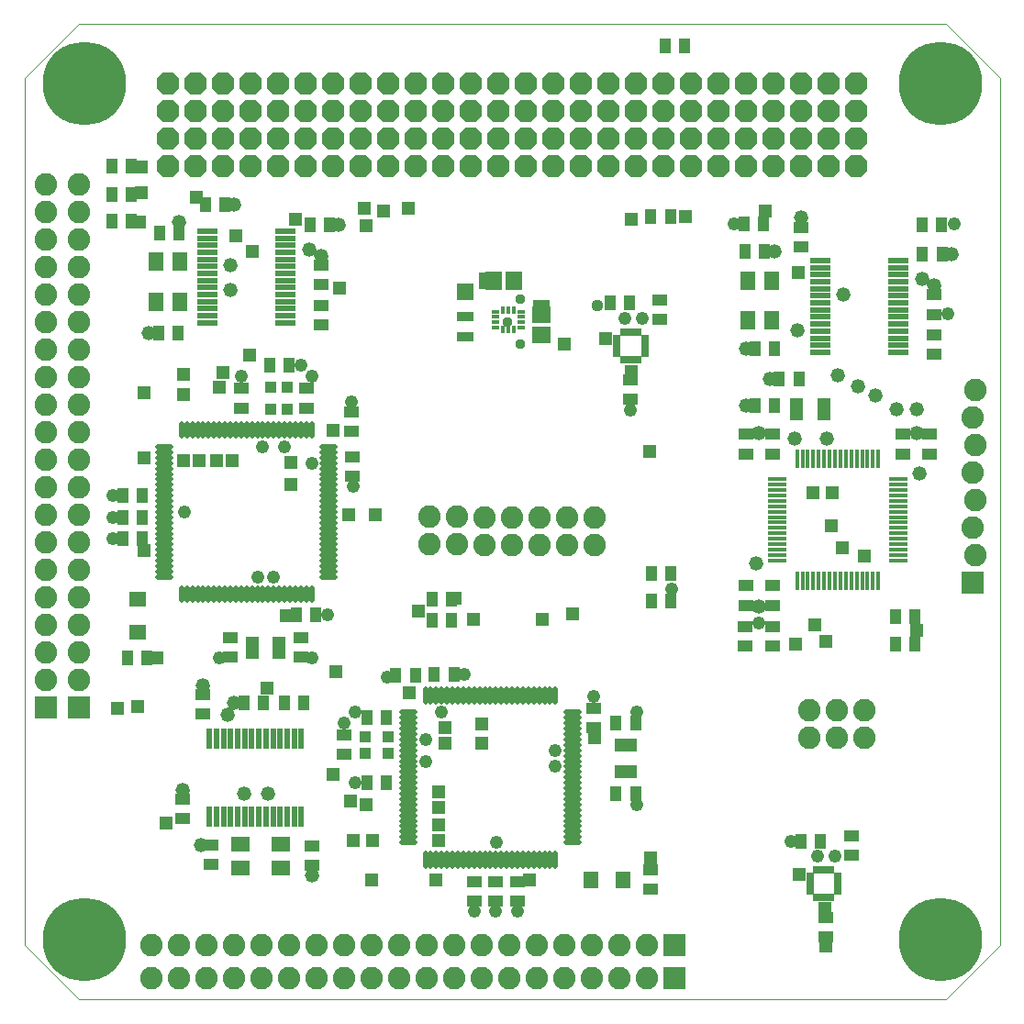
<source format=gts>
G75*
%MOIN*%
%OFA0B0*%
%FSLAX25Y25*%
%IPPOS*%
%LPD*%
%AMOC8*
5,1,8,0,0,1.08239X$1,22.5*
%
%ADD10R,0.05524X0.03950*%
%ADD11R,0.03950X0.05524*%
%ADD12R,0.04737X0.07887*%
%ADD13R,0.03950X0.04343*%
%ADD14C,0.01981*%
%ADD15C,0.00000*%
%ADD16C,0.30328*%
%ADD17OC8,0.08200*%
%ADD18R,0.06902X0.01784*%
%ADD19R,0.01784X0.06902*%
%ADD20R,0.07690X0.02375*%
%ADD21C,0.05200*%
%ADD22R,0.05721X0.07099*%
%ADD23R,0.01784X0.04737*%
%ADD24R,0.04737X0.01784*%
%ADD25R,0.08200X0.08200*%
%ADD26C,0.08200*%
%ADD27R,0.07887X0.04737*%
%ADD28R,0.02375X0.07690*%
%ADD29R,0.07099X0.05721*%
%ADD30R,0.04343X0.03950*%
%ADD31R,0.06312X0.05524*%
%ADD32R,0.05524X0.06312*%
%ADD33R,0.02570X0.01980*%
%ADD34R,0.01980X0.02570*%
%ADD35R,0.05918X0.06706*%
%ADD36R,0.06706X0.05918*%
%ADD37R,0.01784X0.02670*%
%ADD38R,0.02670X0.01784*%
%ADD39R,0.05918X0.03556*%
%ADD40C,0.04762*%
%ADD41R,0.04762X0.04762*%
%ADD42C,0.03778*%
%ADD43R,0.03778X0.03778*%
%ADD44C,0.04400*%
D10*
X0072758Y0072760D03*
X0072758Y0079847D03*
X0083093Y0063115D03*
X0083093Y0056028D03*
X0119510Y0055693D03*
X0119510Y0062780D03*
X0131321Y0095969D03*
X0131321Y0103056D03*
X0115573Y0131402D03*
X0115573Y0138489D03*
X0089983Y0138489D03*
X0089983Y0131402D03*
X0080140Y0117741D03*
X0080140Y0110654D03*
X0134430Y0197081D03*
X0134430Y0204167D03*
X0134134Y0213497D03*
X0134134Y0220583D03*
X0117542Y0221953D03*
X0117542Y0229040D03*
X0122955Y0252052D03*
X0122955Y0259138D03*
X0122955Y0266658D03*
X0122955Y0273745D03*
X0093920Y0229040D03*
X0093920Y0221953D03*
X0221872Y0112898D03*
X0221872Y0105812D03*
X0242594Y0054215D03*
X0242594Y0047128D03*
X0194313Y0049906D03*
X0194313Y0042819D03*
X0186439Y0042819D03*
X0186439Y0049906D03*
X0178565Y0049906D03*
X0178565Y0042819D03*
X0276991Y0135339D03*
X0276991Y0142426D03*
X0277180Y0150287D03*
X0277180Y0157374D03*
X0287022Y0157374D03*
X0287022Y0150287D03*
X0286833Y0142426D03*
X0286833Y0135339D03*
X0287022Y0205248D03*
X0287022Y0212334D03*
X0277180Y0212334D03*
X0277180Y0205248D03*
X0235471Y0225174D03*
X0235471Y0232260D03*
X0245861Y0254036D03*
X0245861Y0261123D03*
X0297357Y0280543D03*
X0297357Y0287630D03*
X0345585Y0263023D03*
X0345585Y0255937D03*
X0345585Y0248417D03*
X0345585Y0241330D03*
X0344109Y0212334D03*
X0344109Y0205248D03*
X0334266Y0205248D03*
X0334266Y0212334D03*
X0315729Y0066560D03*
X0315729Y0059473D03*
X0306394Y0036906D03*
X0306394Y0029819D03*
D11*
X0304362Y0064632D03*
X0297276Y0064632D03*
X0237227Y0081796D03*
X0230140Y0081796D03*
X0230140Y0107386D03*
X0237227Y0107386D03*
X0242983Y0151780D03*
X0250069Y0151780D03*
X0250069Y0161906D03*
X0242983Y0161906D03*
X0280605Y0222649D03*
X0287691Y0222649D03*
X0289463Y0232492D03*
X0296550Y0232492D03*
X0287691Y0243319D03*
X0280605Y0243319D03*
X0284089Y0278752D03*
X0277002Y0278752D03*
X0276676Y0288832D03*
X0283762Y0288832D03*
X0249836Y0291623D03*
X0242750Y0291623D03*
X0235077Y0260213D03*
X0227991Y0260213D03*
X0247857Y0353449D03*
X0254943Y0353449D03*
X0341361Y0288489D03*
X0348447Y0288489D03*
X0348557Y0277767D03*
X0341471Y0277767D03*
X0338762Y0146032D03*
X0331676Y0146032D03*
X0331676Y0136032D03*
X0338762Y0136032D03*
X0171170Y0125065D03*
X0164083Y0125065D03*
X0157154Y0124725D03*
X0150068Y0124725D03*
X0146676Y0109355D03*
X0139589Y0109355D03*
X0139589Y0085733D03*
X0146676Y0085733D03*
X0116577Y0114768D03*
X0109491Y0114768D03*
X0101971Y0114768D03*
X0094884Y0114768D03*
X0113998Y0146756D03*
X0121085Y0146756D03*
X0163180Y0144725D03*
X0170266Y0144725D03*
X0170266Y0152599D03*
X0163180Y0152599D03*
X0111243Y0237308D03*
X0104156Y0237308D03*
X0070967Y0249119D03*
X0063880Y0249119D03*
X0064215Y0285536D03*
X0071302Y0285536D03*
X0080947Y0295871D03*
X0088034Y0295871D03*
X0118841Y0288489D03*
X0125928Y0288489D03*
X0053942Y0289802D03*
X0046855Y0289802D03*
X0046918Y0299484D03*
X0054005Y0299484D03*
X0054090Y0309802D03*
X0047003Y0309802D03*
X0051006Y0190064D03*
X0058093Y0190064D03*
X0058093Y0182189D03*
X0051006Y0182189D03*
X0051006Y0174315D03*
X0058093Y0174315D03*
X0059762Y0131232D03*
X0052676Y0131232D03*
D12*
X0097857Y0134945D03*
X0107699Y0134945D03*
X0295723Y0221311D03*
X0305565Y0221311D03*
D13*
X0110652Y0221363D03*
X0104746Y0221363D03*
X0104746Y0229630D03*
X0110652Y0229630D03*
D14*
X0109668Y0216245D02*
X0109668Y0211717D01*
X0109668Y0211717D01*
X0109668Y0216245D01*
X0109668Y0216245D01*
X0109668Y0213697D02*
X0109668Y0213697D01*
X0109668Y0215677D02*
X0109668Y0215677D01*
X0111636Y0216245D02*
X0111636Y0211717D01*
X0111636Y0211717D01*
X0111636Y0216245D01*
X0111636Y0216245D01*
X0111636Y0213697D02*
X0111636Y0213697D01*
X0111636Y0215677D02*
X0111636Y0215677D01*
X0113605Y0216245D02*
X0113605Y0211717D01*
X0113605Y0211717D01*
X0113605Y0216245D01*
X0113605Y0216245D01*
X0113605Y0213697D02*
X0113605Y0213697D01*
X0113605Y0215677D02*
X0113605Y0215677D01*
X0115573Y0216245D02*
X0115573Y0211717D01*
X0115573Y0211717D01*
X0115573Y0216245D01*
X0115573Y0216245D01*
X0115573Y0213697D02*
X0115573Y0213697D01*
X0115573Y0215677D02*
X0115573Y0215677D01*
X0117542Y0216245D02*
X0117542Y0211717D01*
X0117542Y0211717D01*
X0117542Y0216245D01*
X0117542Y0216245D01*
X0117542Y0213697D02*
X0117542Y0213697D01*
X0117542Y0215677D02*
X0117542Y0215677D01*
X0119510Y0216245D02*
X0119510Y0211717D01*
X0119510Y0211717D01*
X0119510Y0216245D01*
X0119510Y0216245D01*
X0119510Y0213697D02*
X0119510Y0213697D01*
X0119510Y0215677D02*
X0119510Y0215677D01*
X0123447Y0207780D02*
X0127975Y0207780D01*
X0127975Y0207780D01*
X0123447Y0207780D01*
X0123447Y0207780D01*
X0123447Y0205812D02*
X0127975Y0205812D01*
X0127975Y0205812D01*
X0123447Y0205812D01*
X0123447Y0205812D01*
X0123447Y0203843D02*
X0127975Y0203843D01*
X0127975Y0203843D01*
X0123447Y0203843D01*
X0123447Y0203843D01*
X0123447Y0201875D02*
X0127975Y0201875D01*
X0127975Y0201875D01*
X0123447Y0201875D01*
X0123447Y0201875D01*
X0123447Y0199906D02*
X0127975Y0199906D01*
X0127975Y0199906D01*
X0123447Y0199906D01*
X0123447Y0199906D01*
X0123447Y0197938D02*
X0127975Y0197938D01*
X0127975Y0197938D01*
X0123447Y0197938D01*
X0123447Y0197938D01*
X0123447Y0195969D02*
X0127975Y0195969D01*
X0127975Y0195969D01*
X0123447Y0195969D01*
X0123447Y0195969D01*
X0123447Y0194001D02*
X0127975Y0194001D01*
X0127975Y0194001D01*
X0123447Y0194001D01*
X0123447Y0194001D01*
X0123447Y0192032D02*
X0127975Y0192032D01*
X0127975Y0192032D01*
X0123447Y0192032D01*
X0123447Y0192032D01*
X0123447Y0190064D02*
X0127975Y0190064D01*
X0127975Y0190064D01*
X0123447Y0190064D01*
X0123447Y0190064D01*
X0123447Y0188095D02*
X0127975Y0188095D01*
X0127975Y0188095D01*
X0123447Y0188095D01*
X0123447Y0188095D01*
X0123447Y0186127D02*
X0127975Y0186127D01*
X0127975Y0186127D01*
X0123447Y0186127D01*
X0123447Y0186127D01*
X0123447Y0184158D02*
X0127975Y0184158D01*
X0127975Y0184158D01*
X0123447Y0184158D01*
X0123447Y0184158D01*
X0123447Y0182189D02*
X0127975Y0182189D01*
X0127975Y0182189D01*
X0123447Y0182189D01*
X0123447Y0182189D01*
X0123447Y0180221D02*
X0127975Y0180221D01*
X0127975Y0180221D01*
X0123447Y0180221D01*
X0123447Y0180221D01*
X0123447Y0178252D02*
X0127975Y0178252D01*
X0127975Y0178252D01*
X0123447Y0178252D01*
X0123447Y0178252D01*
X0123447Y0176284D02*
X0127975Y0176284D01*
X0127975Y0176284D01*
X0123447Y0176284D01*
X0123447Y0176284D01*
X0123447Y0174315D02*
X0127975Y0174315D01*
X0127975Y0174315D01*
X0123447Y0174315D01*
X0123447Y0174315D01*
X0123447Y0172347D02*
X0127975Y0172347D01*
X0127975Y0172347D01*
X0123447Y0172347D01*
X0123447Y0172347D01*
X0123447Y0170378D02*
X0127975Y0170378D01*
X0127975Y0170378D01*
X0123447Y0170378D01*
X0123447Y0170378D01*
X0123447Y0168410D02*
X0127975Y0168410D01*
X0127975Y0168410D01*
X0123447Y0168410D01*
X0123447Y0168410D01*
X0123447Y0166441D02*
X0127975Y0166441D01*
X0127975Y0166441D01*
X0123447Y0166441D01*
X0123447Y0166441D01*
X0123447Y0164473D02*
X0127975Y0164473D01*
X0127975Y0164473D01*
X0123447Y0164473D01*
X0123447Y0164473D01*
X0123447Y0162504D02*
X0127975Y0162504D01*
X0127975Y0162504D01*
X0123447Y0162504D01*
X0123447Y0162504D01*
X0123447Y0160536D02*
X0127975Y0160536D01*
X0127975Y0160536D01*
X0123447Y0160536D01*
X0123447Y0160536D01*
X0119510Y0156599D02*
X0119510Y0152071D01*
X0119510Y0152071D01*
X0119510Y0156599D01*
X0119510Y0156599D01*
X0119510Y0154051D02*
X0119510Y0154051D01*
X0119510Y0156031D02*
X0119510Y0156031D01*
X0117542Y0156599D02*
X0117542Y0152071D01*
X0117542Y0152071D01*
X0117542Y0156599D01*
X0117542Y0156599D01*
X0117542Y0154051D02*
X0117542Y0154051D01*
X0117542Y0156031D02*
X0117542Y0156031D01*
X0115573Y0156599D02*
X0115573Y0152071D01*
X0115573Y0152071D01*
X0115573Y0156599D01*
X0115573Y0156599D01*
X0115573Y0154051D02*
X0115573Y0154051D01*
X0115573Y0156031D02*
X0115573Y0156031D01*
X0113605Y0156599D02*
X0113605Y0152071D01*
X0113605Y0152071D01*
X0113605Y0156599D01*
X0113605Y0156599D01*
X0113605Y0154051D02*
X0113605Y0154051D01*
X0113605Y0156031D02*
X0113605Y0156031D01*
X0111636Y0156599D02*
X0111636Y0152071D01*
X0111636Y0152071D01*
X0111636Y0156599D01*
X0111636Y0156599D01*
X0111636Y0154051D02*
X0111636Y0154051D01*
X0111636Y0156031D02*
X0111636Y0156031D01*
X0109668Y0156599D02*
X0109668Y0152071D01*
X0109668Y0152071D01*
X0109668Y0156599D01*
X0109668Y0156599D01*
X0109668Y0154051D02*
X0109668Y0154051D01*
X0109668Y0156031D02*
X0109668Y0156031D01*
X0107699Y0156599D02*
X0107699Y0152071D01*
X0107699Y0152071D01*
X0107699Y0156599D01*
X0107699Y0156599D01*
X0107699Y0154051D02*
X0107699Y0154051D01*
X0107699Y0156031D02*
X0107699Y0156031D01*
X0105731Y0156599D02*
X0105731Y0152071D01*
X0105731Y0152071D01*
X0105731Y0156599D01*
X0105731Y0156599D01*
X0105731Y0154051D02*
X0105731Y0154051D01*
X0105731Y0156031D02*
X0105731Y0156031D01*
X0103762Y0156599D02*
X0103762Y0152071D01*
X0103762Y0152071D01*
X0103762Y0156599D01*
X0103762Y0156599D01*
X0103762Y0154051D02*
X0103762Y0154051D01*
X0103762Y0156031D02*
X0103762Y0156031D01*
X0101794Y0156599D02*
X0101794Y0152071D01*
X0101794Y0152071D01*
X0101794Y0156599D01*
X0101794Y0156599D01*
X0101794Y0154051D02*
X0101794Y0154051D01*
X0101794Y0156031D02*
X0101794Y0156031D01*
X0099825Y0156599D02*
X0099825Y0152071D01*
X0099825Y0152071D01*
X0099825Y0156599D01*
X0099825Y0156599D01*
X0099825Y0154051D02*
X0099825Y0154051D01*
X0099825Y0156031D02*
X0099825Y0156031D01*
X0097857Y0156599D02*
X0097857Y0152071D01*
X0097857Y0152071D01*
X0097857Y0156599D01*
X0097857Y0156599D01*
X0097857Y0154051D02*
X0097857Y0154051D01*
X0097857Y0156031D02*
X0097857Y0156031D01*
X0095888Y0156599D02*
X0095888Y0152071D01*
X0095888Y0152071D01*
X0095888Y0156599D01*
X0095888Y0156599D01*
X0095888Y0154051D02*
X0095888Y0154051D01*
X0095888Y0156031D02*
X0095888Y0156031D01*
X0093920Y0156599D02*
X0093920Y0152071D01*
X0093920Y0152071D01*
X0093920Y0156599D01*
X0093920Y0156599D01*
X0093920Y0154051D02*
X0093920Y0154051D01*
X0093920Y0156031D02*
X0093920Y0156031D01*
X0091951Y0156599D02*
X0091951Y0152071D01*
X0091951Y0152071D01*
X0091951Y0156599D01*
X0091951Y0156599D01*
X0091951Y0154051D02*
X0091951Y0154051D01*
X0091951Y0156031D02*
X0091951Y0156031D01*
X0089983Y0156599D02*
X0089983Y0152071D01*
X0089983Y0152071D01*
X0089983Y0156599D01*
X0089983Y0156599D01*
X0089983Y0154051D02*
X0089983Y0154051D01*
X0089983Y0156031D02*
X0089983Y0156031D01*
X0088014Y0156599D02*
X0088014Y0152071D01*
X0088014Y0152071D01*
X0088014Y0156599D01*
X0088014Y0156599D01*
X0088014Y0154051D02*
X0088014Y0154051D01*
X0088014Y0156031D02*
X0088014Y0156031D01*
X0086046Y0156599D02*
X0086046Y0152071D01*
X0086046Y0152071D01*
X0086046Y0156599D01*
X0086046Y0156599D01*
X0086046Y0154051D02*
X0086046Y0154051D01*
X0086046Y0156031D02*
X0086046Y0156031D01*
X0084077Y0156599D02*
X0084077Y0152071D01*
X0084077Y0152071D01*
X0084077Y0156599D01*
X0084077Y0156599D01*
X0084077Y0154051D02*
X0084077Y0154051D01*
X0084077Y0156031D02*
X0084077Y0156031D01*
X0082109Y0156599D02*
X0082109Y0152071D01*
X0082109Y0152071D01*
X0082109Y0156599D01*
X0082109Y0156599D01*
X0082109Y0154051D02*
X0082109Y0154051D01*
X0082109Y0156031D02*
X0082109Y0156031D01*
X0080140Y0156599D02*
X0080140Y0152071D01*
X0080140Y0152071D01*
X0080140Y0156599D01*
X0080140Y0156599D01*
X0080140Y0154051D02*
X0080140Y0154051D01*
X0080140Y0156031D02*
X0080140Y0156031D01*
X0078172Y0156599D02*
X0078172Y0152071D01*
X0078172Y0152071D01*
X0078172Y0156599D01*
X0078172Y0156599D01*
X0078172Y0154051D02*
X0078172Y0154051D01*
X0078172Y0156031D02*
X0078172Y0156031D01*
X0076203Y0156599D02*
X0076203Y0152071D01*
X0076203Y0152071D01*
X0076203Y0156599D01*
X0076203Y0156599D01*
X0076203Y0154051D02*
X0076203Y0154051D01*
X0076203Y0156031D02*
X0076203Y0156031D01*
X0074235Y0156599D02*
X0074235Y0152071D01*
X0074235Y0152071D01*
X0074235Y0156599D01*
X0074235Y0156599D01*
X0074235Y0154051D02*
X0074235Y0154051D01*
X0074235Y0156031D02*
X0074235Y0156031D01*
X0072266Y0156599D02*
X0072266Y0152071D01*
X0072266Y0152071D01*
X0072266Y0156599D01*
X0072266Y0156599D01*
X0072266Y0154051D02*
X0072266Y0154051D01*
X0072266Y0156031D02*
X0072266Y0156031D01*
X0068329Y0160536D02*
X0063801Y0160536D01*
X0068329Y0160536D02*
X0068329Y0160536D01*
X0063801Y0160536D01*
X0063801Y0160536D01*
X0063801Y0162504D02*
X0068329Y0162504D01*
X0068329Y0162504D01*
X0063801Y0162504D01*
X0063801Y0162504D01*
X0063801Y0164473D02*
X0068329Y0164473D01*
X0068329Y0164473D01*
X0063801Y0164473D01*
X0063801Y0164473D01*
X0063801Y0166441D02*
X0068329Y0166441D01*
X0068329Y0166441D01*
X0063801Y0166441D01*
X0063801Y0166441D01*
X0063801Y0168410D02*
X0068329Y0168410D01*
X0068329Y0168410D01*
X0063801Y0168410D01*
X0063801Y0168410D01*
X0063801Y0170378D02*
X0068329Y0170378D01*
X0068329Y0170378D01*
X0063801Y0170378D01*
X0063801Y0170378D01*
X0063801Y0172347D02*
X0068329Y0172347D01*
X0068329Y0172347D01*
X0063801Y0172347D01*
X0063801Y0172347D01*
X0063801Y0174315D02*
X0068329Y0174315D01*
X0068329Y0174315D01*
X0063801Y0174315D01*
X0063801Y0174315D01*
X0063801Y0176284D02*
X0068329Y0176284D01*
X0068329Y0176284D01*
X0063801Y0176284D01*
X0063801Y0176284D01*
X0063801Y0178252D02*
X0068329Y0178252D01*
X0068329Y0178252D01*
X0063801Y0178252D01*
X0063801Y0178252D01*
X0063801Y0180221D02*
X0068329Y0180221D01*
X0068329Y0180221D01*
X0063801Y0180221D01*
X0063801Y0180221D01*
X0063801Y0182189D02*
X0068329Y0182189D01*
X0068329Y0182189D01*
X0063801Y0182189D01*
X0063801Y0182189D01*
X0063801Y0184158D02*
X0068329Y0184158D01*
X0068329Y0184158D01*
X0063801Y0184158D01*
X0063801Y0184158D01*
X0063801Y0186127D02*
X0068329Y0186127D01*
X0068329Y0186127D01*
X0063801Y0186127D01*
X0063801Y0186127D01*
X0063801Y0188095D02*
X0068329Y0188095D01*
X0068329Y0188095D01*
X0063801Y0188095D01*
X0063801Y0188095D01*
X0063801Y0190064D02*
X0068329Y0190064D01*
X0068329Y0190064D01*
X0063801Y0190064D01*
X0063801Y0190064D01*
X0063801Y0192032D02*
X0068329Y0192032D01*
X0068329Y0192032D01*
X0063801Y0192032D01*
X0063801Y0192032D01*
X0063801Y0194001D02*
X0068329Y0194001D01*
X0068329Y0194001D01*
X0063801Y0194001D01*
X0063801Y0194001D01*
X0063801Y0195969D02*
X0068329Y0195969D01*
X0068329Y0195969D01*
X0063801Y0195969D01*
X0063801Y0195969D01*
X0063801Y0197938D02*
X0068329Y0197938D01*
X0068329Y0197938D01*
X0063801Y0197938D01*
X0063801Y0197938D01*
X0063801Y0199906D02*
X0068329Y0199906D01*
X0068329Y0199906D01*
X0063801Y0199906D01*
X0063801Y0199906D01*
X0063801Y0201875D02*
X0068329Y0201875D01*
X0068329Y0201875D01*
X0063801Y0201875D01*
X0063801Y0201875D01*
X0063801Y0203843D02*
X0068329Y0203843D01*
X0068329Y0203843D01*
X0063801Y0203843D01*
X0063801Y0203843D01*
X0063801Y0205812D02*
X0068329Y0205812D01*
X0068329Y0205812D01*
X0063801Y0205812D01*
X0063801Y0205812D01*
X0063801Y0207780D02*
X0068329Y0207780D01*
X0068329Y0207780D01*
X0063801Y0207780D01*
X0063801Y0207780D01*
X0072266Y0211717D02*
X0072266Y0216245D01*
X0072266Y0211717D02*
X0072266Y0211717D01*
X0072266Y0216245D01*
X0072266Y0216245D01*
X0072266Y0213697D02*
X0072266Y0213697D01*
X0072266Y0215677D02*
X0072266Y0215677D01*
X0074235Y0216245D02*
X0074235Y0211717D01*
X0074235Y0211717D01*
X0074235Y0216245D01*
X0074235Y0216245D01*
X0074235Y0213697D02*
X0074235Y0213697D01*
X0074235Y0215677D02*
X0074235Y0215677D01*
X0076203Y0216245D02*
X0076203Y0211717D01*
X0076203Y0211717D01*
X0076203Y0216245D01*
X0076203Y0216245D01*
X0076203Y0213697D02*
X0076203Y0213697D01*
X0076203Y0215677D02*
X0076203Y0215677D01*
X0078172Y0216245D02*
X0078172Y0211717D01*
X0078172Y0211717D01*
X0078172Y0216245D01*
X0078172Y0216245D01*
X0078172Y0213697D02*
X0078172Y0213697D01*
X0078172Y0215677D02*
X0078172Y0215677D01*
X0080140Y0216245D02*
X0080140Y0211717D01*
X0080140Y0211717D01*
X0080140Y0216245D01*
X0080140Y0216245D01*
X0080140Y0213697D02*
X0080140Y0213697D01*
X0080140Y0215677D02*
X0080140Y0215677D01*
X0082109Y0216245D02*
X0082109Y0211717D01*
X0082109Y0211717D01*
X0082109Y0216245D01*
X0082109Y0216245D01*
X0082109Y0213697D02*
X0082109Y0213697D01*
X0082109Y0215677D02*
X0082109Y0215677D01*
X0084077Y0216245D02*
X0084077Y0211717D01*
X0084077Y0211717D01*
X0084077Y0216245D01*
X0084077Y0216245D01*
X0084077Y0213697D02*
X0084077Y0213697D01*
X0084077Y0215677D02*
X0084077Y0215677D01*
X0086046Y0216245D02*
X0086046Y0211717D01*
X0086046Y0211717D01*
X0086046Y0216245D01*
X0086046Y0216245D01*
X0086046Y0213697D02*
X0086046Y0213697D01*
X0086046Y0215677D02*
X0086046Y0215677D01*
X0088014Y0216245D02*
X0088014Y0211717D01*
X0088014Y0211717D01*
X0088014Y0216245D01*
X0088014Y0216245D01*
X0088014Y0213697D02*
X0088014Y0213697D01*
X0088014Y0215677D02*
X0088014Y0215677D01*
X0089983Y0216245D02*
X0089983Y0211717D01*
X0089983Y0211717D01*
X0089983Y0216245D01*
X0089983Y0216245D01*
X0089983Y0213697D02*
X0089983Y0213697D01*
X0089983Y0215677D02*
X0089983Y0215677D01*
X0091951Y0216245D02*
X0091951Y0211717D01*
X0091951Y0211717D01*
X0091951Y0216245D01*
X0091951Y0216245D01*
X0091951Y0213697D02*
X0091951Y0213697D01*
X0091951Y0215677D02*
X0091951Y0215677D01*
X0093920Y0216245D02*
X0093920Y0211717D01*
X0093920Y0211717D01*
X0093920Y0216245D01*
X0093920Y0216245D01*
X0093920Y0213697D02*
X0093920Y0213697D01*
X0093920Y0215677D02*
X0093920Y0215677D01*
X0095888Y0216245D02*
X0095888Y0211717D01*
X0095888Y0211717D01*
X0095888Y0216245D01*
X0095888Y0216245D01*
X0095888Y0213697D02*
X0095888Y0213697D01*
X0095888Y0215677D02*
X0095888Y0215677D01*
X0097857Y0216245D02*
X0097857Y0211717D01*
X0097857Y0211717D01*
X0097857Y0216245D01*
X0097857Y0216245D01*
X0097857Y0213697D02*
X0097857Y0213697D01*
X0097857Y0215677D02*
X0097857Y0215677D01*
X0099825Y0216245D02*
X0099825Y0211717D01*
X0099825Y0211717D01*
X0099825Y0216245D01*
X0099825Y0216245D01*
X0099825Y0213697D02*
X0099825Y0213697D01*
X0099825Y0215677D02*
X0099825Y0215677D01*
X0101794Y0216245D02*
X0101794Y0211717D01*
X0101794Y0211717D01*
X0101794Y0216245D01*
X0101794Y0216245D01*
X0101794Y0213697D02*
X0101794Y0213697D01*
X0101794Y0215677D02*
X0101794Y0215677D01*
X0103762Y0216245D02*
X0103762Y0211717D01*
X0103762Y0211717D01*
X0103762Y0216245D01*
X0103762Y0216245D01*
X0103762Y0213697D02*
X0103762Y0213697D01*
X0103762Y0215677D02*
X0103762Y0215677D01*
X0105731Y0216245D02*
X0105731Y0211717D01*
X0105731Y0211717D01*
X0105731Y0216245D01*
X0105731Y0216245D01*
X0105731Y0213697D02*
X0105731Y0213697D01*
X0105731Y0215677D02*
X0105731Y0215677D01*
X0107699Y0216245D02*
X0107699Y0211717D01*
X0107699Y0211717D01*
X0107699Y0216245D01*
X0107699Y0216245D01*
X0107699Y0213697D02*
X0107699Y0213697D01*
X0107699Y0215677D02*
X0107699Y0215677D01*
X0160849Y0119788D02*
X0160849Y0115260D01*
X0160849Y0119788D02*
X0160849Y0119788D01*
X0160849Y0115260D01*
X0160849Y0115260D01*
X0160849Y0117240D02*
X0160849Y0117240D01*
X0160849Y0119220D02*
X0160849Y0119220D01*
X0162817Y0119788D02*
X0162817Y0115260D01*
X0162817Y0119788D02*
X0162817Y0119788D01*
X0162817Y0115260D01*
X0162817Y0115260D01*
X0162817Y0117240D02*
X0162817Y0117240D01*
X0162817Y0119220D02*
X0162817Y0119220D01*
X0164786Y0119788D02*
X0164786Y0115260D01*
X0164786Y0119788D02*
X0164786Y0119788D01*
X0164786Y0115260D01*
X0164786Y0115260D01*
X0164786Y0117240D02*
X0164786Y0117240D01*
X0164786Y0119220D02*
X0164786Y0119220D01*
X0166754Y0119788D02*
X0166754Y0115260D01*
X0166754Y0119788D02*
X0166754Y0119788D01*
X0166754Y0115260D01*
X0166754Y0115260D01*
X0166754Y0117240D02*
X0166754Y0117240D01*
X0166754Y0119220D02*
X0166754Y0119220D01*
X0168723Y0119788D02*
X0168723Y0115260D01*
X0168723Y0119788D02*
X0168723Y0119788D01*
X0168723Y0115260D01*
X0168723Y0115260D01*
X0168723Y0117240D02*
X0168723Y0117240D01*
X0168723Y0119220D02*
X0168723Y0119220D01*
X0170691Y0119788D02*
X0170691Y0115260D01*
X0170691Y0119788D02*
X0170691Y0119788D01*
X0170691Y0115260D01*
X0170691Y0115260D01*
X0170691Y0117240D02*
X0170691Y0117240D01*
X0170691Y0119220D02*
X0170691Y0119220D01*
X0172660Y0119788D02*
X0172660Y0115260D01*
X0172660Y0119788D02*
X0172660Y0119788D01*
X0172660Y0115260D01*
X0172660Y0115260D01*
X0172660Y0117240D02*
X0172660Y0117240D01*
X0172660Y0119220D02*
X0172660Y0119220D01*
X0174628Y0119788D02*
X0174628Y0115260D01*
X0174628Y0119788D02*
X0174628Y0119788D01*
X0174628Y0115260D01*
X0174628Y0115260D01*
X0174628Y0117240D02*
X0174628Y0117240D01*
X0174628Y0119220D02*
X0174628Y0119220D01*
X0176597Y0119788D02*
X0176597Y0115260D01*
X0176597Y0119788D02*
X0176597Y0119788D01*
X0176597Y0115260D01*
X0176597Y0115260D01*
X0176597Y0117240D02*
X0176597Y0117240D01*
X0176597Y0119220D02*
X0176597Y0119220D01*
X0178565Y0119788D02*
X0178565Y0115260D01*
X0178565Y0119788D02*
X0178565Y0119788D01*
X0178565Y0115260D01*
X0178565Y0115260D01*
X0178565Y0117240D02*
X0178565Y0117240D01*
X0178565Y0119220D02*
X0178565Y0119220D01*
X0180534Y0119788D02*
X0180534Y0115260D01*
X0180534Y0119788D02*
X0180534Y0119788D01*
X0180534Y0115260D01*
X0180534Y0115260D01*
X0180534Y0117240D02*
X0180534Y0117240D01*
X0180534Y0119220D02*
X0180534Y0119220D01*
X0182502Y0119788D02*
X0182502Y0115260D01*
X0182502Y0119788D02*
X0182502Y0119788D01*
X0182502Y0115260D01*
X0182502Y0115260D01*
X0182502Y0117240D02*
X0182502Y0117240D01*
X0182502Y0119220D02*
X0182502Y0119220D01*
X0184471Y0119788D02*
X0184471Y0115260D01*
X0184471Y0119788D02*
X0184471Y0119788D01*
X0184471Y0115260D01*
X0184471Y0115260D01*
X0184471Y0117240D02*
X0184471Y0117240D01*
X0184471Y0119220D02*
X0184471Y0119220D01*
X0186439Y0119788D02*
X0186439Y0115260D01*
X0186439Y0119788D02*
X0186439Y0119788D01*
X0186439Y0115260D01*
X0186439Y0115260D01*
X0186439Y0117240D02*
X0186439Y0117240D01*
X0186439Y0119220D02*
X0186439Y0119220D01*
X0188408Y0119788D02*
X0188408Y0115260D01*
X0188408Y0119788D02*
X0188408Y0119788D01*
X0188408Y0115260D01*
X0188408Y0115260D01*
X0188408Y0117240D02*
X0188408Y0117240D01*
X0188408Y0119220D02*
X0188408Y0119220D01*
X0190376Y0119788D02*
X0190376Y0115260D01*
X0190376Y0119788D02*
X0190376Y0119788D01*
X0190376Y0115260D01*
X0190376Y0115260D01*
X0190376Y0117240D02*
X0190376Y0117240D01*
X0190376Y0119220D02*
X0190376Y0119220D01*
X0192345Y0119788D02*
X0192345Y0115260D01*
X0192345Y0119788D02*
X0192345Y0119788D01*
X0192345Y0115260D01*
X0192345Y0115260D01*
X0192345Y0117240D02*
X0192345Y0117240D01*
X0192345Y0119220D02*
X0192345Y0119220D01*
X0194313Y0119788D02*
X0194313Y0115260D01*
X0194313Y0119788D02*
X0194313Y0119788D01*
X0194313Y0115260D01*
X0194313Y0115260D01*
X0194313Y0117240D02*
X0194313Y0117240D01*
X0194313Y0119220D02*
X0194313Y0119220D01*
X0196282Y0119788D02*
X0196282Y0115260D01*
X0196282Y0119788D02*
X0196282Y0119788D01*
X0196282Y0115260D01*
X0196282Y0115260D01*
X0196282Y0117240D02*
X0196282Y0117240D01*
X0196282Y0119220D02*
X0196282Y0119220D01*
X0198250Y0119788D02*
X0198250Y0115260D01*
X0198250Y0119788D02*
X0198250Y0119788D01*
X0198250Y0115260D01*
X0198250Y0115260D01*
X0198250Y0117240D02*
X0198250Y0117240D01*
X0198250Y0119220D02*
X0198250Y0119220D01*
X0200219Y0119788D02*
X0200219Y0115260D01*
X0200219Y0119788D02*
X0200219Y0119788D01*
X0200219Y0115260D01*
X0200219Y0115260D01*
X0200219Y0117240D02*
X0200219Y0117240D01*
X0200219Y0119220D02*
X0200219Y0119220D01*
X0202187Y0119788D02*
X0202187Y0115260D01*
X0202187Y0119788D02*
X0202187Y0119788D01*
X0202187Y0115260D01*
X0202187Y0115260D01*
X0202187Y0117240D02*
X0202187Y0117240D01*
X0202187Y0119220D02*
X0202187Y0119220D01*
X0204156Y0119788D02*
X0204156Y0115260D01*
X0204156Y0119788D02*
X0204156Y0119788D01*
X0204156Y0115260D01*
X0204156Y0115260D01*
X0204156Y0117240D02*
X0204156Y0117240D01*
X0204156Y0119220D02*
X0204156Y0119220D01*
X0206124Y0119788D02*
X0206124Y0115260D01*
X0206124Y0119788D02*
X0206124Y0119788D01*
X0206124Y0115260D01*
X0206124Y0115260D01*
X0206124Y0117240D02*
X0206124Y0117240D01*
X0206124Y0119220D02*
X0206124Y0119220D01*
X0208093Y0119788D02*
X0208093Y0115260D01*
X0208093Y0119788D02*
X0208093Y0119788D01*
X0208093Y0115260D01*
X0208093Y0115260D01*
X0208093Y0117240D02*
X0208093Y0117240D01*
X0208093Y0119220D02*
X0208093Y0119220D01*
X0212030Y0111323D02*
X0216558Y0111323D01*
X0216558Y0111323D01*
X0212030Y0111323D01*
X0212030Y0111323D01*
X0212030Y0109355D02*
X0216558Y0109355D01*
X0216558Y0109355D01*
X0212030Y0109355D01*
X0212030Y0109355D01*
X0212030Y0107386D02*
X0216558Y0107386D01*
X0216558Y0107386D01*
X0212030Y0107386D01*
X0212030Y0107386D01*
X0212030Y0105418D02*
X0216558Y0105418D01*
X0216558Y0105418D01*
X0212030Y0105418D01*
X0212030Y0105418D01*
X0212030Y0103449D02*
X0216558Y0103449D01*
X0216558Y0103449D01*
X0212030Y0103449D01*
X0212030Y0103449D01*
X0212030Y0101481D02*
X0216558Y0101481D01*
X0216558Y0101481D01*
X0212030Y0101481D01*
X0212030Y0101481D01*
X0212030Y0099512D02*
X0216558Y0099512D01*
X0216558Y0099512D01*
X0212030Y0099512D01*
X0212030Y0099512D01*
X0212030Y0097544D02*
X0216558Y0097544D01*
X0216558Y0097544D01*
X0212030Y0097544D01*
X0212030Y0097544D01*
X0212030Y0095575D02*
X0216558Y0095575D01*
X0216558Y0095575D01*
X0212030Y0095575D01*
X0212030Y0095575D01*
X0212030Y0093607D02*
X0216558Y0093607D01*
X0216558Y0093607D01*
X0212030Y0093607D01*
X0212030Y0093607D01*
X0212030Y0091638D02*
X0216558Y0091638D01*
X0216558Y0091638D01*
X0212030Y0091638D01*
X0212030Y0091638D01*
X0212030Y0089670D02*
X0216558Y0089670D01*
X0216558Y0089670D01*
X0212030Y0089670D01*
X0212030Y0089670D01*
X0212030Y0087701D02*
X0216558Y0087701D01*
X0216558Y0087701D01*
X0212030Y0087701D01*
X0212030Y0087701D01*
X0212030Y0085733D02*
X0216558Y0085733D01*
X0216558Y0085733D01*
X0212030Y0085733D01*
X0212030Y0085733D01*
X0212030Y0083764D02*
X0216558Y0083764D01*
X0216558Y0083764D01*
X0212030Y0083764D01*
X0212030Y0083764D01*
X0212030Y0081796D02*
X0216558Y0081796D01*
X0216558Y0081796D01*
X0212030Y0081796D01*
X0212030Y0081796D01*
X0212030Y0079827D02*
X0216558Y0079827D01*
X0216558Y0079827D01*
X0212030Y0079827D01*
X0212030Y0079827D01*
X0212030Y0077859D02*
X0216558Y0077859D01*
X0216558Y0077859D01*
X0212030Y0077859D01*
X0212030Y0077859D01*
X0212030Y0075890D02*
X0216558Y0075890D01*
X0216558Y0075890D01*
X0212030Y0075890D01*
X0212030Y0075890D01*
X0212030Y0073922D02*
X0216558Y0073922D01*
X0216558Y0073922D01*
X0212030Y0073922D01*
X0212030Y0073922D01*
X0212030Y0071953D02*
X0216558Y0071953D01*
X0216558Y0071953D01*
X0212030Y0071953D01*
X0212030Y0071953D01*
X0212030Y0069985D02*
X0216558Y0069985D01*
X0216558Y0069985D01*
X0212030Y0069985D01*
X0212030Y0069985D01*
X0212030Y0068016D02*
X0216558Y0068016D01*
X0216558Y0068016D01*
X0212030Y0068016D01*
X0212030Y0068016D01*
X0212030Y0066048D02*
X0216558Y0066048D01*
X0216558Y0066048D01*
X0212030Y0066048D01*
X0212030Y0066048D01*
X0212030Y0064079D02*
X0216558Y0064079D01*
X0216558Y0064079D01*
X0212030Y0064079D01*
X0212030Y0064079D01*
X0208093Y0060142D02*
X0208093Y0055614D01*
X0208093Y0060142D02*
X0208093Y0060142D01*
X0208093Y0055614D01*
X0208093Y0055614D01*
X0208093Y0057594D02*
X0208093Y0057594D01*
X0208093Y0059574D02*
X0208093Y0059574D01*
X0206124Y0060142D02*
X0206124Y0055614D01*
X0206124Y0060142D02*
X0206124Y0060142D01*
X0206124Y0055614D01*
X0206124Y0055614D01*
X0206124Y0057594D02*
X0206124Y0057594D01*
X0206124Y0059574D02*
X0206124Y0059574D01*
X0204156Y0060142D02*
X0204156Y0055614D01*
X0204156Y0060142D02*
X0204156Y0060142D01*
X0204156Y0055614D01*
X0204156Y0055614D01*
X0204156Y0057594D02*
X0204156Y0057594D01*
X0204156Y0059574D02*
X0204156Y0059574D01*
X0202187Y0060142D02*
X0202187Y0055614D01*
X0202187Y0060142D02*
X0202187Y0060142D01*
X0202187Y0055614D01*
X0202187Y0055614D01*
X0202187Y0057594D02*
X0202187Y0057594D01*
X0202187Y0059574D02*
X0202187Y0059574D01*
X0200219Y0060142D02*
X0200219Y0055614D01*
X0200219Y0060142D02*
X0200219Y0060142D01*
X0200219Y0055614D01*
X0200219Y0055614D01*
X0200219Y0057594D02*
X0200219Y0057594D01*
X0200219Y0059574D02*
X0200219Y0059574D01*
X0198250Y0060142D02*
X0198250Y0055614D01*
X0198250Y0060142D02*
X0198250Y0060142D01*
X0198250Y0055614D01*
X0198250Y0055614D01*
X0198250Y0057594D02*
X0198250Y0057594D01*
X0198250Y0059574D02*
X0198250Y0059574D01*
X0196282Y0060142D02*
X0196282Y0055614D01*
X0196282Y0060142D02*
X0196282Y0060142D01*
X0196282Y0055614D01*
X0196282Y0055614D01*
X0196282Y0057594D02*
X0196282Y0057594D01*
X0196282Y0059574D02*
X0196282Y0059574D01*
X0194313Y0060142D02*
X0194313Y0055614D01*
X0194313Y0060142D02*
X0194313Y0060142D01*
X0194313Y0055614D01*
X0194313Y0055614D01*
X0194313Y0057594D02*
X0194313Y0057594D01*
X0194313Y0059574D02*
X0194313Y0059574D01*
X0192345Y0060142D02*
X0192345Y0055614D01*
X0192345Y0060142D02*
X0192345Y0060142D01*
X0192345Y0055614D01*
X0192345Y0055614D01*
X0192345Y0057594D02*
X0192345Y0057594D01*
X0192345Y0059574D02*
X0192345Y0059574D01*
X0190376Y0060142D02*
X0190376Y0055614D01*
X0190376Y0060142D02*
X0190376Y0060142D01*
X0190376Y0055614D01*
X0190376Y0055614D01*
X0190376Y0057594D02*
X0190376Y0057594D01*
X0190376Y0059574D02*
X0190376Y0059574D01*
X0188408Y0060142D02*
X0188408Y0055614D01*
X0188408Y0060142D02*
X0188408Y0060142D01*
X0188408Y0055614D01*
X0188408Y0055614D01*
X0188408Y0057594D02*
X0188408Y0057594D01*
X0188408Y0059574D02*
X0188408Y0059574D01*
X0186439Y0060142D02*
X0186439Y0055614D01*
X0186439Y0060142D02*
X0186439Y0060142D01*
X0186439Y0055614D01*
X0186439Y0055614D01*
X0186439Y0057594D02*
X0186439Y0057594D01*
X0186439Y0059574D02*
X0186439Y0059574D01*
X0184471Y0060142D02*
X0184471Y0055614D01*
X0184471Y0060142D02*
X0184471Y0060142D01*
X0184471Y0055614D01*
X0184471Y0055614D01*
X0184471Y0057594D02*
X0184471Y0057594D01*
X0184471Y0059574D02*
X0184471Y0059574D01*
X0182502Y0060142D02*
X0182502Y0055614D01*
X0182502Y0060142D02*
X0182502Y0060142D01*
X0182502Y0055614D01*
X0182502Y0055614D01*
X0182502Y0057594D02*
X0182502Y0057594D01*
X0182502Y0059574D02*
X0182502Y0059574D01*
X0180534Y0060142D02*
X0180534Y0055614D01*
X0180534Y0060142D02*
X0180534Y0060142D01*
X0180534Y0055614D01*
X0180534Y0055614D01*
X0180534Y0057594D02*
X0180534Y0057594D01*
X0180534Y0059574D02*
X0180534Y0059574D01*
X0178565Y0060142D02*
X0178565Y0055614D01*
X0178565Y0060142D02*
X0178565Y0060142D01*
X0178565Y0055614D01*
X0178565Y0055614D01*
X0178565Y0057594D02*
X0178565Y0057594D01*
X0178565Y0059574D02*
X0178565Y0059574D01*
X0176597Y0060142D02*
X0176597Y0055614D01*
X0176597Y0060142D02*
X0176597Y0060142D01*
X0176597Y0055614D01*
X0176597Y0055614D01*
X0176597Y0057594D02*
X0176597Y0057594D01*
X0176597Y0059574D02*
X0176597Y0059574D01*
X0174628Y0060142D02*
X0174628Y0055614D01*
X0174628Y0060142D02*
X0174628Y0060142D01*
X0174628Y0055614D01*
X0174628Y0055614D01*
X0174628Y0057594D02*
X0174628Y0057594D01*
X0174628Y0059574D02*
X0174628Y0059574D01*
X0172660Y0060142D02*
X0172660Y0055614D01*
X0172660Y0060142D02*
X0172660Y0060142D01*
X0172660Y0055614D01*
X0172660Y0055614D01*
X0172660Y0057594D02*
X0172660Y0057594D01*
X0172660Y0059574D02*
X0172660Y0059574D01*
X0170691Y0060142D02*
X0170691Y0055614D01*
X0170691Y0060142D02*
X0170691Y0060142D01*
X0170691Y0055614D01*
X0170691Y0055614D01*
X0170691Y0057594D02*
X0170691Y0057594D01*
X0170691Y0059574D02*
X0170691Y0059574D01*
X0168723Y0060142D02*
X0168723Y0055614D01*
X0168723Y0060142D02*
X0168723Y0060142D01*
X0168723Y0055614D01*
X0168723Y0055614D01*
X0168723Y0057594D02*
X0168723Y0057594D01*
X0168723Y0059574D02*
X0168723Y0059574D01*
X0166754Y0060142D02*
X0166754Y0055614D01*
X0166754Y0060142D02*
X0166754Y0060142D01*
X0166754Y0055614D01*
X0166754Y0055614D01*
X0166754Y0057594D02*
X0166754Y0057594D01*
X0166754Y0059574D02*
X0166754Y0059574D01*
X0164786Y0060142D02*
X0164786Y0055614D01*
X0164786Y0060142D02*
X0164786Y0060142D01*
X0164786Y0055614D01*
X0164786Y0055614D01*
X0164786Y0057594D02*
X0164786Y0057594D01*
X0164786Y0059574D02*
X0164786Y0059574D01*
X0162817Y0060142D02*
X0162817Y0055614D01*
X0162817Y0060142D02*
X0162817Y0060142D01*
X0162817Y0055614D01*
X0162817Y0055614D01*
X0162817Y0057594D02*
X0162817Y0057594D01*
X0162817Y0059574D02*
X0162817Y0059574D01*
X0160849Y0060142D02*
X0160849Y0055614D01*
X0160849Y0060142D02*
X0160849Y0060142D01*
X0160849Y0055614D01*
X0160849Y0055614D01*
X0160849Y0057594D02*
X0160849Y0057594D01*
X0160849Y0059574D02*
X0160849Y0059574D01*
X0156912Y0064079D02*
X0152384Y0064079D01*
X0156912Y0064079D02*
X0156912Y0064079D01*
X0152384Y0064079D01*
X0152384Y0064079D01*
X0152384Y0066048D02*
X0156912Y0066048D01*
X0156912Y0066048D01*
X0152384Y0066048D01*
X0152384Y0066048D01*
X0152384Y0068016D02*
X0156912Y0068016D01*
X0156912Y0068016D01*
X0152384Y0068016D01*
X0152384Y0068016D01*
X0152384Y0069985D02*
X0156912Y0069985D01*
X0156912Y0069985D01*
X0152384Y0069985D01*
X0152384Y0069985D01*
X0152384Y0071953D02*
X0156912Y0071953D01*
X0156912Y0071953D01*
X0152384Y0071953D01*
X0152384Y0071953D01*
X0152384Y0073922D02*
X0156912Y0073922D01*
X0156912Y0073922D01*
X0152384Y0073922D01*
X0152384Y0073922D01*
X0152384Y0075890D02*
X0156912Y0075890D01*
X0156912Y0075890D01*
X0152384Y0075890D01*
X0152384Y0075890D01*
X0152384Y0077859D02*
X0156912Y0077859D01*
X0156912Y0077859D01*
X0152384Y0077859D01*
X0152384Y0077859D01*
X0152384Y0079827D02*
X0156912Y0079827D01*
X0156912Y0079827D01*
X0152384Y0079827D01*
X0152384Y0079827D01*
X0152384Y0081796D02*
X0156912Y0081796D01*
X0156912Y0081796D01*
X0152384Y0081796D01*
X0152384Y0081796D01*
X0152384Y0083764D02*
X0156912Y0083764D01*
X0156912Y0083764D01*
X0152384Y0083764D01*
X0152384Y0083764D01*
X0152384Y0085733D02*
X0156912Y0085733D01*
X0156912Y0085733D01*
X0152384Y0085733D01*
X0152384Y0085733D01*
X0152384Y0087701D02*
X0156912Y0087701D01*
X0156912Y0087701D01*
X0152384Y0087701D01*
X0152384Y0087701D01*
X0152384Y0089670D02*
X0156912Y0089670D01*
X0156912Y0089670D01*
X0152384Y0089670D01*
X0152384Y0089670D01*
X0152384Y0091638D02*
X0156912Y0091638D01*
X0156912Y0091638D01*
X0152384Y0091638D01*
X0152384Y0091638D01*
X0152384Y0093607D02*
X0156912Y0093607D01*
X0156912Y0093607D01*
X0152384Y0093607D01*
X0152384Y0093607D01*
X0152384Y0095575D02*
X0156912Y0095575D01*
X0156912Y0095575D01*
X0152384Y0095575D01*
X0152384Y0095575D01*
X0152384Y0097544D02*
X0156912Y0097544D01*
X0156912Y0097544D01*
X0152384Y0097544D01*
X0152384Y0097544D01*
X0152384Y0099512D02*
X0156912Y0099512D01*
X0156912Y0099512D01*
X0152384Y0099512D01*
X0152384Y0099512D01*
X0152384Y0101481D02*
X0156912Y0101481D01*
X0156912Y0101481D01*
X0152384Y0101481D01*
X0152384Y0101481D01*
X0152384Y0103449D02*
X0156912Y0103449D01*
X0156912Y0103449D01*
X0152384Y0103449D01*
X0152384Y0103449D01*
X0152384Y0105418D02*
X0156912Y0105418D01*
X0156912Y0105418D01*
X0152384Y0105418D01*
X0152384Y0105418D01*
X0152384Y0107386D02*
X0156912Y0107386D01*
X0156912Y0107386D01*
X0152384Y0107386D01*
X0152384Y0107386D01*
X0152384Y0109355D02*
X0156912Y0109355D01*
X0156912Y0109355D01*
X0152384Y0109355D01*
X0152384Y0109355D01*
X0152384Y0111323D02*
X0156912Y0111323D01*
X0156912Y0111323D01*
X0152384Y0111323D01*
X0152384Y0111323D01*
D15*
X0015180Y0026678D02*
X0015180Y0341638D01*
X0034865Y0361323D01*
X0349825Y0361323D01*
X0369510Y0341638D01*
X0369510Y0026678D01*
X0349825Y0006993D01*
X0034865Y0006993D01*
X0015180Y0026678D01*
D16*
X0036833Y0028646D03*
X0036833Y0339670D03*
X0347857Y0339670D03*
X0347857Y0028646D03*
D17*
X0317345Y0309670D03*
X0307345Y0309670D03*
X0307345Y0319670D03*
X0317345Y0319670D03*
X0317345Y0329670D03*
X0317345Y0339670D03*
X0307345Y0339670D03*
X0307345Y0329670D03*
X0297345Y0329670D03*
X0297345Y0339670D03*
X0287345Y0339670D03*
X0287345Y0329670D03*
X0277345Y0329670D03*
X0277345Y0339670D03*
X0267345Y0339670D03*
X0257345Y0339670D03*
X0257345Y0329670D03*
X0267345Y0329670D03*
X0267345Y0319670D03*
X0257345Y0319670D03*
X0247345Y0319670D03*
X0247345Y0329670D03*
X0247345Y0339670D03*
X0237345Y0339670D03*
X0227345Y0339670D03*
X0227345Y0329670D03*
X0237345Y0329670D03*
X0237345Y0319670D03*
X0227345Y0319670D03*
X0217345Y0319670D03*
X0217345Y0329670D03*
X0217345Y0339670D03*
X0207345Y0339670D03*
X0197345Y0339670D03*
X0197345Y0329670D03*
X0207345Y0329670D03*
X0207345Y0319670D03*
X0197345Y0319670D03*
X0187345Y0319670D03*
X0187345Y0329670D03*
X0187345Y0339670D03*
X0177345Y0339670D03*
X0167345Y0339670D03*
X0167345Y0329670D03*
X0177345Y0329670D03*
X0177345Y0319670D03*
X0167345Y0319670D03*
X0157345Y0319670D03*
X0157345Y0329670D03*
X0157345Y0339670D03*
X0147345Y0339670D03*
X0137345Y0339670D03*
X0137345Y0329670D03*
X0147345Y0329670D03*
X0147345Y0319670D03*
X0137345Y0319670D03*
X0127345Y0319670D03*
X0117345Y0319670D03*
X0117345Y0329670D03*
X0117345Y0339670D03*
X0127345Y0339670D03*
X0127345Y0329670D03*
X0107345Y0329670D03*
X0107345Y0339670D03*
X0097345Y0339670D03*
X0087345Y0339670D03*
X0087345Y0329670D03*
X0097345Y0329670D03*
X0097345Y0319670D03*
X0087345Y0319670D03*
X0077345Y0319670D03*
X0077345Y0329670D03*
X0077345Y0339670D03*
X0067345Y0339670D03*
X0067345Y0329670D03*
X0067345Y0319670D03*
X0067345Y0309670D03*
X0077345Y0309670D03*
X0087345Y0309670D03*
X0097345Y0309670D03*
X0107345Y0309670D03*
X0107345Y0319670D03*
X0117345Y0309670D03*
X0127345Y0309670D03*
X0137345Y0309670D03*
X0147345Y0309670D03*
X0157345Y0309670D03*
X0167345Y0309670D03*
X0177345Y0309670D03*
X0187345Y0309670D03*
X0197345Y0309670D03*
X0207345Y0309670D03*
X0217345Y0309670D03*
X0227345Y0309670D03*
X0237345Y0309670D03*
X0247345Y0309670D03*
X0257345Y0309670D03*
X0267345Y0309670D03*
X0277345Y0309670D03*
X0277345Y0319670D03*
X0287345Y0319670D03*
X0297345Y0319670D03*
X0297345Y0309670D03*
X0287345Y0309670D03*
D18*
X0288597Y0196075D03*
X0288597Y0194106D03*
X0288597Y0192138D03*
X0288597Y0190169D03*
X0288597Y0188201D03*
X0288597Y0186232D03*
X0288597Y0184264D03*
X0288597Y0182295D03*
X0288597Y0180327D03*
X0288597Y0178358D03*
X0288597Y0176389D03*
X0288597Y0174421D03*
X0288597Y0172452D03*
X0288597Y0170484D03*
X0288597Y0168515D03*
X0288597Y0166547D03*
X0332691Y0166547D03*
X0332691Y0168515D03*
X0332691Y0170484D03*
X0332691Y0172452D03*
X0332691Y0174421D03*
X0332691Y0176389D03*
X0332691Y0178358D03*
X0332691Y0180327D03*
X0332691Y0182295D03*
X0332691Y0184264D03*
X0332691Y0186232D03*
X0332691Y0188201D03*
X0332691Y0190169D03*
X0332691Y0192138D03*
X0332691Y0194106D03*
X0332691Y0196075D03*
D19*
X0325408Y0203358D03*
X0323439Y0203358D03*
X0321471Y0203358D03*
X0319502Y0203358D03*
X0317534Y0203358D03*
X0315565Y0203358D03*
X0313597Y0203358D03*
X0311628Y0203358D03*
X0309660Y0203358D03*
X0307691Y0203358D03*
X0305723Y0203358D03*
X0303754Y0203358D03*
X0301786Y0203358D03*
X0299817Y0203358D03*
X0297849Y0203358D03*
X0295880Y0203358D03*
X0295880Y0159264D03*
X0297849Y0159264D03*
X0299817Y0159264D03*
X0301786Y0159264D03*
X0303754Y0159264D03*
X0305723Y0159264D03*
X0307691Y0159264D03*
X0309660Y0159264D03*
X0311628Y0159264D03*
X0313597Y0159264D03*
X0315565Y0159264D03*
X0317534Y0159264D03*
X0319502Y0159264D03*
X0321471Y0159264D03*
X0323439Y0159264D03*
X0325408Y0159264D03*
D20*
X0332691Y0242177D03*
X0332691Y0244736D03*
X0332691Y0247295D03*
X0332691Y0249854D03*
X0332691Y0252413D03*
X0332691Y0254972D03*
X0332691Y0257531D03*
X0332691Y0260090D03*
X0332691Y0262649D03*
X0332691Y0265208D03*
X0332691Y0267767D03*
X0332691Y0270327D03*
X0332691Y0272886D03*
X0332691Y0275445D03*
X0304345Y0275445D03*
X0304345Y0272886D03*
X0304345Y0270327D03*
X0304345Y0267767D03*
X0304345Y0265208D03*
X0304345Y0262649D03*
X0304345Y0260090D03*
X0304345Y0257531D03*
X0304345Y0254972D03*
X0304345Y0252413D03*
X0304345Y0249854D03*
X0304345Y0247295D03*
X0304345Y0244736D03*
X0304345Y0242177D03*
X0110061Y0252898D03*
X0110061Y0255457D03*
X0110061Y0258016D03*
X0110061Y0260575D03*
X0110061Y0263134D03*
X0110061Y0265693D03*
X0110061Y0268252D03*
X0110061Y0270812D03*
X0110061Y0273371D03*
X0110061Y0275930D03*
X0110061Y0278489D03*
X0110061Y0281048D03*
X0110061Y0283607D03*
X0110061Y0286166D03*
X0081715Y0286166D03*
X0081715Y0283607D03*
X0081715Y0281048D03*
X0081715Y0278489D03*
X0081715Y0275930D03*
X0081715Y0273371D03*
X0081715Y0270812D03*
X0081715Y0268252D03*
X0081715Y0265693D03*
X0081715Y0263134D03*
X0081715Y0260575D03*
X0081715Y0258016D03*
X0081715Y0255457D03*
X0081715Y0252898D03*
D21*
X0089983Y0264867D03*
X0089983Y0273725D03*
X0071282Y0289473D03*
X0091459Y0295871D03*
X0118526Y0279630D03*
X0122955Y0277170D03*
X0129353Y0288489D03*
X0060455Y0249119D03*
X0080140Y0121166D03*
X0091459Y0114768D03*
X0088998Y0110339D03*
X0094904Y0081796D03*
X0103762Y0081796D03*
X0079156Y0063095D03*
X0072758Y0083272D03*
X0119510Y0052268D03*
X0282101Y0149815D03*
X0281117Y0165563D03*
X0282101Y0212807D03*
X0277180Y0222649D03*
X0286038Y0232492D03*
X0277180Y0243319D03*
X0295880Y0250208D03*
X0312613Y0263004D03*
X0287514Y0278752D03*
X0297357Y0291055D03*
X0341156Y0268909D03*
X0345585Y0266449D03*
X0351983Y0277767D03*
X0310644Y0233860D03*
X0318126Y0229947D03*
X0324374Y0226326D03*
X0331894Y0221311D03*
X0339394Y0221311D03*
X0339187Y0212807D03*
X0340172Y0198043D03*
X0306707Y0210838D03*
X0294896Y0210838D03*
D22*
X0286510Y0253673D03*
X0277849Y0253673D03*
X0277849Y0268240D03*
X0286510Y0268240D03*
X0071754Y0275024D03*
X0063093Y0275024D03*
X0063093Y0260457D03*
X0071754Y0260457D03*
D23*
X0080632Y0295871D03*
X0118132Y0288489D03*
X0102286Y0114768D03*
X0110455Y0101087D03*
X0113014Y0100497D03*
X0115967Y0100497D03*
X0115967Y0074906D03*
X0113014Y0074906D03*
X0340762Y0277767D03*
D24*
X0345585Y0255622D03*
X0344113Y0204478D03*
X0277249Y0204556D03*
X0277049Y0157837D03*
X0297357Y0280228D03*
X0122955Y0266343D03*
X0109274Y0258174D03*
X0108683Y0255615D03*
X0108683Y0252662D03*
X0083093Y0252662D03*
X0083093Y0255615D03*
X0080140Y0109945D03*
X0072758Y0072445D03*
D25*
X0034865Y0113292D03*
X0023054Y0113292D03*
X0251400Y0026678D03*
X0251400Y0014867D03*
X0359782Y0158369D03*
D26*
X0360782Y0168369D03*
X0359782Y0178369D03*
X0360782Y0188369D03*
X0359782Y0198369D03*
X0360782Y0208369D03*
X0359782Y0218369D03*
X0360782Y0228369D03*
X0320219Y0112032D03*
X0310219Y0112032D03*
X0310219Y0102032D03*
X0320219Y0102032D03*
X0300219Y0102032D03*
X0300219Y0112032D03*
X0222219Y0172032D03*
X0212219Y0172032D03*
X0212219Y0182032D03*
X0222219Y0182032D03*
X0202219Y0182032D03*
X0202219Y0172032D03*
X0192219Y0172032D03*
X0182219Y0172032D03*
X0172345Y0172347D03*
X0172345Y0182347D03*
X0182219Y0182032D03*
X0192219Y0182032D03*
X0162345Y0182347D03*
X0162345Y0172347D03*
X0034865Y0173292D03*
X0034865Y0183292D03*
X0034865Y0193292D03*
X0034865Y0203292D03*
X0034865Y0213292D03*
X0034865Y0223292D03*
X0034865Y0233292D03*
X0034865Y0243292D03*
X0034865Y0253292D03*
X0034865Y0263292D03*
X0034865Y0273292D03*
X0034865Y0283292D03*
X0034865Y0293292D03*
X0034865Y0303292D03*
X0023054Y0303292D03*
X0023054Y0293292D03*
X0023054Y0283292D03*
X0023054Y0273292D03*
X0023054Y0263292D03*
X0023054Y0253292D03*
X0023054Y0243292D03*
X0023054Y0233292D03*
X0023054Y0223292D03*
X0023054Y0213292D03*
X0023054Y0203292D03*
X0023054Y0193292D03*
X0023054Y0183292D03*
X0023054Y0173292D03*
X0023054Y0163292D03*
X0023054Y0153292D03*
X0023054Y0143292D03*
X0023054Y0133292D03*
X0023054Y0123292D03*
X0034865Y0123292D03*
X0034865Y0133292D03*
X0034865Y0143292D03*
X0034865Y0153292D03*
X0034865Y0163292D03*
X0061400Y0026678D03*
X0071400Y0026678D03*
X0081400Y0026678D03*
X0091400Y0026678D03*
X0101400Y0026678D03*
X0111400Y0026678D03*
X0121400Y0026678D03*
X0131400Y0026678D03*
X0141400Y0026678D03*
X0151400Y0026678D03*
X0161400Y0026678D03*
X0171400Y0026678D03*
X0181400Y0026678D03*
X0191400Y0026678D03*
X0201400Y0026678D03*
X0211400Y0026678D03*
X0221400Y0026678D03*
X0231400Y0026678D03*
X0241400Y0026678D03*
X0241400Y0014867D03*
X0231400Y0014867D03*
X0221400Y0014867D03*
X0211400Y0014867D03*
X0201400Y0014867D03*
X0191400Y0014867D03*
X0181400Y0014867D03*
X0171400Y0014867D03*
X0161400Y0014867D03*
X0151400Y0014867D03*
X0141400Y0014867D03*
X0131400Y0014867D03*
X0121400Y0014867D03*
X0111400Y0014867D03*
X0101400Y0014867D03*
X0091400Y0014867D03*
X0081400Y0014867D03*
X0071400Y0014867D03*
X0061400Y0014867D03*
D27*
X0233683Y0089670D03*
X0233683Y0099512D03*
D28*
X0115731Y0101875D03*
X0113172Y0101875D03*
X0110613Y0101875D03*
X0108054Y0101875D03*
X0105494Y0101875D03*
X0102935Y0101875D03*
X0100376Y0101875D03*
X0097817Y0101875D03*
X0095258Y0101875D03*
X0092699Y0101875D03*
X0090140Y0101875D03*
X0087581Y0101875D03*
X0085022Y0101875D03*
X0082463Y0101875D03*
X0082463Y0073528D03*
X0085022Y0073528D03*
X0087581Y0073528D03*
X0090140Y0073528D03*
X0092699Y0073528D03*
X0095258Y0073528D03*
X0097817Y0073528D03*
X0100376Y0073528D03*
X0102935Y0073528D03*
X0105494Y0073528D03*
X0108054Y0073528D03*
X0110613Y0073528D03*
X0113172Y0073528D03*
X0115731Y0073528D03*
D29*
X0108172Y0063567D03*
X0108172Y0054906D03*
X0093605Y0054906D03*
X0093605Y0063567D03*
D30*
X0138998Y0096560D03*
X0138998Y0102465D03*
X0147266Y0102465D03*
X0147266Y0096560D03*
D31*
X0056219Y0140527D03*
X0056219Y0152338D03*
D32*
X0220827Y0050583D03*
X0232638Y0050583D03*
D33*
X0300498Y0050189D03*
X0300498Y0048221D03*
X0300498Y0046252D03*
X0300498Y0052158D03*
X0310538Y0052158D03*
X0310538Y0050189D03*
X0310538Y0048221D03*
X0310538Y0046252D03*
X0240491Y0241512D03*
X0240491Y0243481D03*
X0240491Y0245449D03*
X0240491Y0247418D03*
X0230451Y0247418D03*
X0230451Y0245449D03*
X0230451Y0243481D03*
X0230451Y0241512D03*
D34*
X0232518Y0239445D03*
X0234487Y0239445D03*
X0236455Y0239445D03*
X0238424Y0239445D03*
X0238424Y0249485D03*
X0236455Y0249485D03*
X0234487Y0249485D03*
X0232518Y0249485D03*
X0302565Y0054225D03*
X0304534Y0054225D03*
X0306502Y0054225D03*
X0308471Y0054225D03*
X0308471Y0044186D03*
X0306502Y0044186D03*
X0304534Y0044186D03*
X0302565Y0044186D03*
D35*
X0193138Y0268018D03*
X0185658Y0268018D03*
D36*
X0202867Y0255831D03*
X0202867Y0248351D03*
D37*
X0192975Y0250408D03*
X0191006Y0250408D03*
X0189038Y0250408D03*
X0189038Y0257593D03*
X0191006Y0257593D03*
X0192975Y0257593D03*
D38*
X0195583Y0256953D03*
X0195583Y0254985D03*
X0195583Y0253016D03*
X0195583Y0251048D03*
X0186430Y0251048D03*
X0186430Y0253016D03*
X0186430Y0254985D03*
X0186430Y0256953D03*
D39*
X0175288Y0255280D03*
X0175288Y0247800D03*
X0175288Y0262760D03*
D40*
X0134071Y0224023D03*
X0119510Y0233371D03*
X0115573Y0237308D03*
X0093920Y0233371D03*
X0101794Y0207780D03*
X0109668Y0207780D03*
X0119510Y0201875D03*
X0134619Y0193632D03*
X0105731Y0160536D03*
X0099825Y0160536D03*
X0125416Y0146756D03*
X0119510Y0131008D03*
X0135258Y0111323D03*
X0131321Y0107386D03*
X0147006Y0124284D03*
X0166754Y0111323D03*
X0160849Y0101481D03*
X0160849Y0093607D03*
X0135258Y0085733D03*
X0174880Y0125084D03*
X0208093Y0097544D03*
X0208093Y0091638D03*
X0221872Y0117229D03*
X0237620Y0111323D03*
X0237620Y0077859D03*
X0194313Y0039289D03*
X0186439Y0039289D03*
X0178565Y0039289D03*
X0186808Y0064079D03*
X0250219Y0156032D03*
X0281912Y0143804D03*
X0235219Y0221032D03*
X0233202Y0254408D03*
X0239772Y0254478D03*
X0273019Y0288832D03*
X0350619Y0256032D03*
X0353019Y0288832D03*
X0293619Y0064632D03*
X0303219Y0059032D03*
X0309619Y0059032D03*
X0086046Y0131008D03*
X0047476Y0174315D03*
X0047476Y0182189D03*
X0047476Y0190064D03*
X0073250Y0184158D03*
D41*
X0058487Y0169985D03*
X0058487Y0203843D03*
X0073082Y0202898D03*
X0078682Y0202898D03*
X0085082Y0202898D03*
X0090682Y0202898D03*
X0111913Y0202098D03*
X0111882Y0194098D03*
X0127384Y0213686D03*
X0133019Y0183232D03*
X0142619Y0183232D03*
X0171819Y0152932D03*
X0178219Y0145032D03*
X0158219Y0148032D03*
X0154943Y0118397D03*
X0168131Y0105695D03*
X0168131Y0100095D03*
X0181219Y0100032D03*
X0181219Y0107032D03*
X0165731Y0082495D03*
X0165731Y0076895D03*
X0165731Y0070495D03*
X0165731Y0064895D03*
X0164786Y0050300D03*
X0141164Y0050300D03*
X0141731Y0064895D03*
X0134531Y0064895D03*
X0139195Y0077859D03*
X0133731Y0079295D03*
X0127331Y0088895D03*
X0103419Y0120032D03*
X0128369Y0126087D03*
X0110455Y0146363D03*
X0063419Y0131232D03*
X0056219Y0113632D03*
X0049019Y0112832D03*
X0066619Y0071232D03*
X0198644Y0050300D03*
X0242619Y0058432D03*
X0222266Y0102268D03*
X0203219Y0145032D03*
X0214219Y0147032D03*
X0242219Y0206032D03*
X0235672Y0235178D03*
X0226272Y0247178D03*
X0211219Y0245032D03*
X0235652Y0290457D03*
X0255337Y0291441D03*
X0284219Y0293632D03*
X0296219Y0271232D03*
X0301819Y0191232D03*
X0308619Y0191232D03*
X0308219Y0179032D03*
X0312219Y0171032D03*
X0320219Y0168032D03*
X0302219Y0143032D03*
X0306219Y0137032D03*
X0295219Y0136032D03*
X0339219Y0141032D03*
X0296819Y0052632D03*
X0306019Y0040232D03*
X0306419Y0026632D03*
X0097082Y0241298D03*
X0087482Y0234898D03*
X0086046Y0229434D03*
X0073082Y0226898D03*
X0073082Y0234098D03*
X0058487Y0227465D03*
X0097857Y0278646D03*
X0091951Y0284552D03*
X0077819Y0298432D03*
X0057819Y0300032D03*
X0057819Y0309632D03*
X0057019Y0289632D03*
X0113605Y0290457D03*
X0138619Y0294432D03*
X0139419Y0288032D03*
X0145819Y0293632D03*
X0154619Y0294432D03*
X0129819Y0265632D03*
D42*
X0190574Y0253253D03*
X0195288Y0245280D03*
X0195288Y0261530D03*
D43*
X0201721Y0259430D03*
X0204221Y0259430D03*
X0181861Y0266888D03*
X0181861Y0269388D03*
X0176561Y0265538D03*
X0174061Y0265538D03*
D44*
X0223219Y0259032D03*
M02*

</source>
